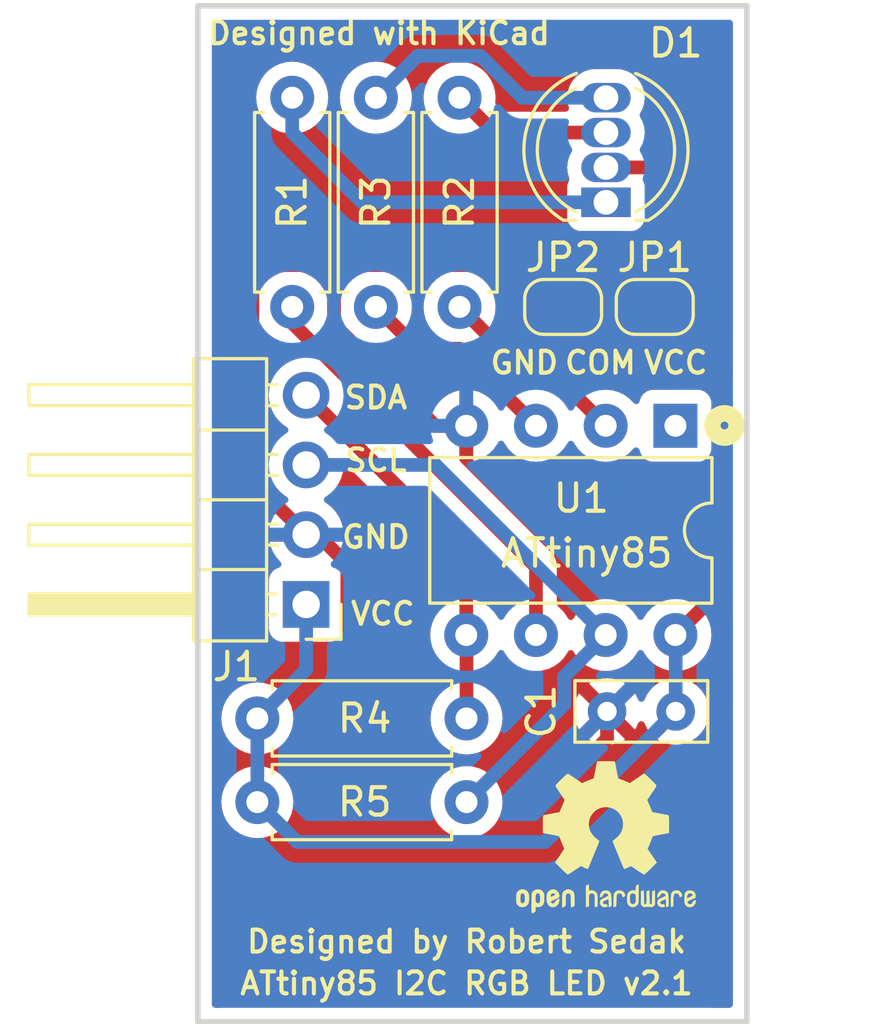
<source format=kicad_pcb>
(kicad_pcb (version 20211014) (generator pcbnew)
  (title_block (title "ATtiny85 I2C RGB LED") (date "2023-10-07") (rev "2.1") (company "Designed by Robert Sedak") (comment 4 "Open Source Hardware (OSHW)"))
  (layers (0 "F.Cu" signal) (31 "B.Cu" signal) (34 "B.Paste" user) (35 "F.Paste" user) (36 "B.SilkS" user "B.Silkscreen") (37 "F.SilkS" user "F.Silkscreen") (38 "B.Mask" user) (39 "F.Mask" user) (44 "Edge.Cuts" user))
  (net 0 "")
  (net 1 "Net-(D1-Pad1)")
  (net 2 "Net-(R3-Pad2)")
  (net 3 "Net-(R2-Pad2)")
  (net 4 "Net-(R1-Pad2)")
  (net 5 "Net-(D1-Pad3)")
  (net 6 "Net-(D1-Pad4)")
  (net 8 "SDA")
  (net 9 "SCL")
  (net 10 "GND")
  (net 11 "VCC")
  (net 12 "Net-(D1-Pad2)")
  (footprint "Resistor_THT:R_Axial_DIN0207_L6.3mm_D2.5mm_P7.62mm_Horizontal" (layer "F.Cu") (at 113.284 114.046 -90)
    (fp_text reference "R3" (at 3.81 0 -90) (layer "F.SilkS"))
    (fp_text value "560R")
    (fp_line (start 0.54 1.04) (end 0.54 1.37) (layer "F.SilkS") (width 0.12))
    (fp_line (start 7.08 1.37) (end 7.08 1.04) (layer "F.SilkS") (width 0.12))
    (fp_line (start 0.54 1.37) (end 7.08 1.37) (layer "F.SilkS") (width 0.12))
    (fp_line (start 7.08 -1.37) (end 7.08 -1.04) (layer "F.SilkS") (width 0.12))
    (fp_line (start 0.54 -1.37) (end 7.08 -1.37) (layer "F.SilkS") (width 0.12))
    (fp_line (start 0.54 -1.04) (end 0.54 -1.37) (layer "F.SilkS") (width 0.12))
    (pad "1" thru_hole circle (at 0 0 270) (size 1.6 1.6) (drill 0.8) (layers *.Cu *.Mask) (net 6 "Net-(D1-Pad4)"))
    (pad "2" thru_hole oval (at 7.62 0 270) (size 1.6 1.6) (drill 0.8) (layers *.Cu *.Mask) (net 2 "Net-(R3-Pad2)"))
  )
  (footprint "Resistor_THT:R_Axial_DIN0207_L6.3mm_D2.5mm_P7.62mm_Horizontal" (layer "F.Cu") (at 116.332 114.046 -90)
    (fp_text reference "R2" (at 3.81 0 -90) (layer "F.SilkS"))
    (fp_text value "620R")
    (fp_line (start 0.54 1.04) (end 0.54 1.37) (layer "F.SilkS") (width 0.12))
    (fp_line (start 0.54 1.37) (end 7.08 1.37) (layer "F.SilkS") (width 0.12))
    (fp_line (start 7.08 1.37) (end 7.08 1.04) (layer "F.SilkS") (width 0.12))
    (fp_line (start 0.54 -1.04) (end 0.54 -1.37) (layer "F.SilkS") (width 0.12))
    (fp_line (start 7.08 -1.37) (end 7.08 -1.04) (layer "F.SilkS") (width 0.12))
    (fp_line (start 0.54 -1.37) (end 7.08 -1.37) (layer "F.SilkS") (width 0.12))
    (pad "1" thru_hole circle (at 0 0 270) (size 1.6 1.6) (drill 0.8) (layers *.Cu *.Mask) (net 5 "Net-(D1-Pad3)"))
    (pad "2" thru_hole oval (at 7.62 0 270) (size 1.6 1.6) (drill 0.8) (layers *.Cu *.Mask) (net 3 "Net-(R2-Pad2)"))
  )
  (footprint "Resistor_THT:R_Axial_DIN0207_L6.3mm_D2.5mm_P7.62mm_Horizontal" (layer "F.Cu") (at 110.236 114.046 -90)
    (fp_text reference "R1" (at 3.81 0 -90) (layer "F.SilkS"))
    (fp_text value "560R")
    (fp_line (start 0.54 -1.04) (end 0.54 -1.37) (layer "F.SilkS") (width 0.12))
    (fp_line (start 7.08 -1.37) (end 7.08 -1.04) (layer "F.SilkS") (width 0.12))
    (fp_line (start 0.54 1.04) (end 0.54 1.37) (layer "F.SilkS") (width 0.12))
    (fp_line (start 7.08 1.37) (end 7.08 1.04) (layer "F.SilkS") (width 0.12))
    (fp_line (start 0.54 1.37) (end 7.08 1.37) (layer "F.SilkS") (width 0.12))
    (fp_line (start 0.54 -1.37) (end 7.08 -1.37) (layer "F.SilkS") (width 0.12))
    (pad "1" thru_hole circle (at 0 0 270) (size 1.6 1.6) (drill 0.8) (layers *.Cu *.Mask) (net 1 "Net-(D1-Pad1)"))
    (pad "2" thru_hole oval (at 7.62 0 270) (size 1.6 1.6) (drill 0.8) (layers *.Cu *.Mask) (net 4 "Net-(R1-Pad2)"))
  )
  (footprint "Package_DIP:DIP-8_W7.62mm" (layer "F.Cu") (at 124.196 125.994 -90)
    (fp_text reference "U1" (at 2.64 3.43) (layer "F.SilkS"))
    (fp_text value "ATtiny85" (at 4.64 3.23) (layer "F.SilkS"))
    (fp_line (start 1.16 -1.33) (end 1.16 8.95) (layer "F.SilkS") (width 0.12))
    (fp_line (start 6.46 8.95) (end 6.46 -1.33) (layer "F.SilkS") (width 0.12))
    (fp_line (start 2.81 -1.33) (end 1.16 -1.33) (layer "F.SilkS") (width 0.12))
    (fp_line (start 1.16 8.95) (end 6.46 8.95) (layer "F.SilkS") (width 0.12))
    (fp_line (start 6.46 -1.33) (end 4.81 -1.33) (layer "F.SilkS") (width 0.12))
    (fp_arc (start 4.81 -1.33) (mid 3.81 -0.33) (end 2.81 -1.33) (layer "F.SilkS") (width 0.12))
    (pad "1" thru_hole rect (at 0 0 270) (size 1.6 1.6) (drill 0.8) (layers *.Cu *.Mask))
    (pad "2" thru_hole oval (at 0 2.54 270) (size 1.6 1.6) (drill 0.8) (layers *.Cu *.Mask) (net 3 "Net-(R2-Pad2)"))
    (pad "3" thru_hole oval (at 0 5.08 270) (size 1.6 1.6) (drill 0.8) (layers *.Cu *.Mask) (net 2 "Net-(R3-Pad2)"))
    (pad "4" thru_hole oval (at 0 7.62 270) (size 1.6 1.6) (drill 0.8) (layers *.Cu *.Mask) (net 10 "GND"))
    (pad "5" thru_hole oval (at 7.62 7.62 270) (size 1.6 1.6) (drill 0.8) (layers *.Cu *.Mask) (net 8 "SDA"))
    (pad "6" thru_hole oval (at 7.62 5.08 270) (size 1.6 1.6) (drill 0.8) (layers *.Cu *.Mask) (net 4 "Net-(R1-Pad2)"))
    (pad "7" thru_hole oval (at 7.62 2.54 270) (size 1.6 1.6) (drill 0.8) (layers *.Cu *.Mask) (net 9 "SCL"))
    (pad "8" thru_hole oval (at 7.62 0 270) (size 1.6 1.6) (drill 0.8) (layers *.Cu *.Mask) (net 11 "VCC"))
  )
  (footprint "Capacitor_THT:C_Rect_L4.6mm_W2.0mm_P2.50mm_MKS02_FKP02" (layer "F.Cu") (at 124.206 136.398 180)
    (fp_text reference "C1" (at 4.9 0 90) (layer "F.SilkS"))
    (fp_text value "0.1uF")
    (fp_line (start 3.67 -1.12) (end 3.67 1.12) (layer "F.SilkS") (width 0.12))
    (fp_line (start -1.17 -1.12) (end 3.67 -1.12) (layer "F.SilkS") (width 0.12))
    (fp_line (start -1.17 1.12) (end 3.67 1.12) (layer "F.SilkS") (width 0.12))
    (fp_line (start -1.17 -1.12) (end -1.17 1.12) (layer "F.SilkS") (width 0.12))
    (pad "1" thru_hole circle (at 0 0 180) (size 1.4 1.4) (drill 0.7) (layers *.Cu *.Mask) (net 11 "VCC"))
    (pad "2" thru_hole circle (at 2.5 0 180) (size 1.4 1.4) (drill 0.7) (layers *.Cu *.Mask) (net 10 "GND"))
  )
  (footprint "LED_THT:LED_D5.0mm-4_RGB" (layer "F.Cu") (at 121.666 117.856 90)
    (fp_text reference "D1" (at 5.8 2.54) (layer "F.SilkS"))
    (fp_text value "LED_RCGB")
    (fp_line (start -0.655 1.08) (end -0.655 1.545) (layer "F.SilkS") (width 0.12))
    (fp_line (start -0.655 -1.545) (end -0.655 -1.08) (layer "F.SilkS") (width 0.12))
    (fp_arc (start -0.655 -1.54483) (mid 2.163456 -2.978809) (end 4.692815 -1.080827) (layer "F.SilkS") (width 0.12))
    (fp_arc (start 4.692815 1.080827) (mid 2.163456 2.978808) (end -0.655 1.54483) (layer "F.SilkS") (width 0.12))
    (fp_arc (start -0.349684 -1.08) (mid 1.904762 -2.5) (end 4.159479 -1.080429) (layer "F.SilkS") (width 0.12))
    (fp_arc (start 4.159479 1.080429) (mid 1.904762 2.5) (end -0.349684 1.08) (layer "F.SilkS") (width 0.12))
    (pad "1" thru_hole rect (at 0 0 90) (size 1.07 1.8) (drill 0.9) (layers *.Cu *.Mask) (net 1 "Net-(D1-Pad1)"))
    (pad "2" thru_hole oval (at 1.27 0 90) (size 1.07 1.8) (drill 0.9) (layers *.Cu *.Mask) (net 12 "Net-(D1-Pad2)"))
    (pad "3" thru_hole oval (at 2.54 0 90) (size 1.07 1.8) (drill 0.9) (layers *.Cu *.Mask) (net 5 "Net-(D1-Pad3)"))
    (pad "4" thru_hole oval (at 3.81 0 90) (size 1.07 1.8) (drill 0.9) (layers *.Cu *.Mask) (net 6 "Net-(D1-Pad4)"))
  )
  (footprint "Connector_PinHeader_2.54mm:PinHeader_1x04_P2.54mm_Horizontal" (layer "F.Cu") (at 110.744 132.5 180)
    (fp_text reference "J1" (at 2.54 -2.27 180) (layer "F.SilkS"))
    (fp_text value "Conn_01x04_Male")
    (fp_line (start 1.44 8.95) (end 4.1 8.95) (layer "F.SilkS") (width 0.12))
    (fp_line (start 1.042929 4.7) (end 1.44 4.7) (layer "F.SilkS") (width 0.12))
    (fp_line (start 4.1 0.16) (end 10.1 0.16) (layer "F.SilkS") (width 0.12))
    (fp_line (start 4.1 0.28) (end 10.1 0.28) (layer "F.SilkS") (width 0.12))
    (fp_line (start 1.042929 7.24) (end 1.44 7.24) (layer "F.SilkS") (width 0.12))
    (fp_line (start 1.042929 8) (end 1.44 8) (layer "F.SilkS") (width 0.12))
    (fp_line (start 10.1 4.7) (end 10.1 5.46) (layer "F.SilkS") (width 0.12))
    (fp_line (start 1.11 0.38) (end 1.44 0.38) (layer "F.SilkS") (width 0.12))
    (fp_line (start 4.1 7.24) (end 10.1 7.24) (layer "F.SilkS") (width 0.12))
    (fp_line (start 1.042929 2.92) (end 1.44 2.92) (layer "F.SilkS") (width 0.12))
    (fp_line (start 4.1 2.16) (end 10.1 2.16) (layer "F.SilkS") (width 0.12))
    (fp_line (start 1.11 -0.38) (end 1.44 -0.38) (layer "F.SilkS") (width 0.12))
    (fp_line (start 4.1 8.95) (end 4.1 -1.33) (layer "F.SilkS") (width 0.12))
    (fp_line (start -1.27 0) (end -1.27 -1.27) (layer "F.SilkS") (width 0.12))
    (fp_line (start 1.042929 5.46) (end 1.44 5.46) (layer "F.SilkS") (width 0.12))
    (fp_line (start 4.1 -0.2) (end 10.1 -0.2) (layer "F.SilkS") (width 0.12))
    (fp_line (start -1.27 -1.27) (end 0 -1.27) (layer "F.SilkS") (width 0.12))
    (fp_line (start 1.44 1.27) (end 4.1 1.27) (layer "F.SilkS") (width 0.12))
    (fp_line (start 4.1 0.04) (end 10.1 0.04) (layer "F.SilkS") (width 0.12))
    (fp_line (start 4.1 4.7) (end 10.1 4.7) (layer "F.SilkS") (width 0.12))
    (fp_line (start 10.1 -0.38) (end 10.1 0.38) (layer "F.SilkS") (width 0.12))
    (fp_line (start 10.1 2.92) (end 4.1 2.92) (layer "F.SilkS") (width 0.12))
    (fp_line (start 4.1 -0.38) (end 10.1 -0.38) (layer "F.SilkS") (width 0.12))
    (fp_line (start 10.1 2.16) (end 10.1 2.92) (layer "F.SilkS") (width 0.12))
    (fp_line (start 1.44 6.35) (end 4.1 6.35) (layer "F.SilkS") (width 0.12))
    (fp_line (start 1.042929 2.16) (end 1.44 2.16) (layer "F.SilkS") (width 0.12))
    (fp_line (start 4.1 -0.32) (end 10.1 -0.32) (layer "F.SilkS") (width 0.12))
    (fp_line (start 10.1 8) (end 4.1 8) (layer "F.SilkS") (width 0.12))
    (fp_line (start 10.1 5.46) (end 4.1 5.46) (layer "F.SilkS") (width 0.12))
    (fp_line (start 10.1 7.24) (end 10.1 8) (layer "F.SilkS") (width 0.12))
    (fp_line (start 1.44 -1.33) (end 1.44 8.95) (layer "F.SilkS") (width 0.12))
    (fp_line (start 1.44 3.81) (end 4.1 3.81) (layer "F.SilkS") (width 0.12))
    (fp_line (start 10.1 0.38) (end 4.1 0.38) (layer "F.SilkS") (width 0.12))
    (fp_line (start 4.1 -0.08) (end 10.1 -0.08) (layer "F.SilkS") (width 0.12))
    (fp_line (start 4.1 -1.33) (end 1.44 -1.33) (layer "F.SilkS") (width 0.12))
    (pad "1" thru_hole rect (at 0 0 180) (size 1.7 1.7) (drill 1) (layers *.Cu *.Mask) (net 11 "VCC"))
    (pad "2" thru_hole oval (at 0 2.54 180) (size 1.7 1.7) (drill 1) (layers *.Cu *.Mask) (net 10 "GND"))
    (pad "3" thru_hole oval (at 0 5.08 180) (size 1.7 1.7) (drill 1) (layers *.Cu *.Mask) (net 9 "SCL"))
    (pad "4" thru_hole oval (at 0 7.62 180) (size 1.7 1.7) (drill 1) (layers *.Cu *.Mask) (net 8 "SDA"))
  )
  (footprint "Resistor_THT:R_Axial_DIN0207_L6.3mm_D2.5mm_P7.62mm_Horizontal" (layer "F.Cu") (at 116.586 136.652 180)
    (fp_text reference "R4" (at 3.7084 0) (layer "F.SilkS"))
    (fp_text value "4.7K")
    (fp_line (start 0.54 1.04) (end 0.54 1.37) (layer "F.SilkS") (width 0.12))
    (fp_line (start 7.08 -1.37) (end 7.08 -1.04) (layer "F.SilkS") (width 0.12))
    (fp_line (start 0.54 -1.37) (end 7.08 -1.37) (layer "F.SilkS") (width 0.12))
    (fp_line (start 0.54 -1.04) (end 0.54 -1.37) (layer "F.SilkS") (width 0.12))
    (fp_line (start 7.08 1.37) (end 7.08 1.04) (layer "F.SilkS") (width 0.12))
    (fp_line (start 0.54 1.37) (end 7.08 1.37) (layer "F.SilkS") (width 0.12))
    (pad "1" thru_hole circle (at 0 0 180) (size 1.6 1.6) (drill 0.8) (layers *.Cu *.Mask) (net 8 "SDA"))
    (pad "2" thru_hole oval (at 7.62 0 180) (size 1.6 1.6) (drill 0.8) (layers *.Cu *.Mask) (net 11 "VCC"))
  )
  (footprint "Resistor_THT:R_Axial_DIN0207_L6.3mm_D2.5mm_P7.62mm_Horizontal" (layer "F.Cu") (at 116.586 139.7 180)
    (fp_text reference "R5" (at 3.7084 0) (layer "F.SilkS"))
    (fp_text value "4.7K")
    (fp_line (start 7.08 1.37) (end 7.08 1.04) (layer "F.SilkS") (width 0.12))
    (fp_line (start 0.54 -1.37) (end 7.08 -1.37) (layer "F.SilkS") (width 0.12))
    (fp_line (start 7.08 -1.37) (end 7.08 -1.04) (layer "F.SilkS") (width 0.12))
    (fp_line (start 0.54 1.04) (end 0.54 1.37) (layer "F.SilkS") (width 0.12))
    (fp_line (start 0.54 -1.04) (end 0.54 -1.37) (layer "F.SilkS") (width 0.12))
    (fp_line (start 0.54 1.37) (end 7.08 1.37) (layer "F.SilkS") (width 0.12))
    (pad "1" thru_hole circle (at 0 0 180) (size 1.6 1.6) (drill 0.8) (layers *.Cu *.Mask) (net 9 "SCL"))
    (pad "2" thru_hole oval (at 7.62 0 180) (size 1.6 1.6) (drill 0.8) (layers *.Cu *.Mask) (net 11 "VCC"))
  )
  (footprint "Jumper:SolderJumper-2_P1.3mm_Open_RoundedPad1.0x1.5mm" (layer "F.Cu") (at 123.444 121.666 180)
    (fp_text reference "JP1" (at 0 1.8 180) (layer "F.SilkS"))
    (fp_text value "SolderJumper_2_Open")
    (fp_line (start -0.7 -1) (end 0.7 -1) (layer "F.SilkS") (width 0.12))
    (fp_line (start -1.4 0.3) (end -1.4 -0.3) (layer "F.SilkS") (width 0.12))
    (fp_line (start 1.4 -0.3) (end 1.4 0.3) (layer "F.SilkS") (width 0.12))
    (fp_line (start 0.7 1) (end -0.7 1) (layer "F.SilkS") (width 0.12))
    (fp_arc (start -0.7 1) (mid -1.194975 0.794975) (end -1.4 0.3) (layer "F.SilkS") (width 0.12))
    (fp_arc (start -1.4 -0.3) (mid -1.194975 -0.794975) (end -0.7 -1) (layer "F.SilkS") (width 0.12))
    (fp_arc (start 0.7 -1) (mid 1.194975 -0.794975) (end 1.4 -0.3) (layer "F.SilkS") (width 0.12))
    (fp_arc (start 1.4 0.3) (mid 1.194975 0.794975) (end 0.7 1) (layer "F.SilkS") (width 0.12))
    (pad "1" smd custom locked (at -0.65 0 180) (size 1 0.5) (layers "F.Cu" "F.Mask") (net 11 "VCC") (options (clearance outline) (anchor rect)) (primitives (gr_circle (center 0 0.25) (end 0.5 0.25) (width 0) (fill yes)) (gr_circle (center 0 -0.25) (end 0.5 -0.25) (width 0) (fill yes)) (gr_poly (pts (xy 0 -0.75) (xy 0.5 -0.75) (xy 0.5 0.75) (xy 0 0.75)) (width 0) (fill yes))))
    (pad "2" smd custom locked (at 0.65 0 180) (size 1 0.5) (layers "F.Cu" "F.Mask") (net 12 "Net-(D1-Pad2)") (options (clearance outline) (anchor rect)) (primitives (gr_circle (center 0 0.25) (end 0.5 0.25) (width 0) (fill yes)) (gr_circle (center 0 -0.25) (end 0.5 -0.25) (width 0) (fill yes)) (gr_poly (pts (xy 0 -0.75) (xy -0.5 -0.75) (xy -0.5 0.75) (xy 0 0.75)) (width 0) (fill yes))))
  )
  (footprint "Jumper:SolderJumper-2_P1.3mm_Open_RoundedPad1.0x1.5mm" (layer "F.Cu") (at 120.1062 121.666 180)
    (fp_text reference "JP2" (at 0 1.8 180) (layer "F.SilkS"))
    (fp_text value "SolderJumper_2_Open")
    (fp_line (start 1.4 -0.3) (end 1.4 0.3) (layer "F.SilkS") (width 0.12))
    (fp_line (start -0.7 -1) (end 0.7 -1) (layer "F.SilkS") (width 0.12))
    (fp_line (start 0.7 1) (end -0.7 1) (layer "F.SilkS") (width 0.12))
    (fp_line (start -1.4 0.3) (end -1.4 -0.3) (layer "F.SilkS") (width 0.12))
    (fp_arc (start -0.7 1) (mid -1.194975 0.794975) (end -1.4 0.3) (layer "F.SilkS") (width 0.12))
    (fp_arc (start 1.4 0.3) (mid 1.194975 0.794975) (end 0.7 1) (layer "F.SilkS") (width 0.12))
    (fp_arc (start 0.7 -1) (mid 1.194975 -0.794975) (end 1.4 -0.3) (layer "F.SilkS") (width 0.12))
    (fp_arc (start -1.4 -0.3) (mid -1.194975 -0.794975) (end -0.7 -1) (layer "F.SilkS") (width 0.12))
    (pad "1" smd custom locked (at -0.65 0 180) (size 1 0.5) (layers "F.Cu" "F.Mask") (net 12 "Net-(D1-Pad2)") (options (clearance outline) (anchor rect)) (primitives (gr_circle (center 0 0.25) (end 0.5 0.25) (width 0) (fill yes)) (gr_circle (center 0 -0.25) (end 0.5 -0.25) (width 0) (fill yes)) (gr_poly (pts (xy 0 -0.75) (xy 0.5 -0.75) (xy 0.5 0.75) (xy 0 0.75)) (width 0) (fill yes))))
    (pad "2" smd custom locked (at 0.65 0 180) (size 1 0.5) (layers "F.Cu" "F.Mask") (net 10 "GND") (options (clearance outline) (anchor rect)) (primitives (gr_circle (center 0 0.25) (end 0.5 0.25) (width 0) (fill yes)) (gr_circle (center 0 -0.25) (end 0.5 -0.25) (width 0) (fill yes)) (gr_poly (pts (xy 0 -0.75) (xy -0.5 -0.75) (xy -0.5 0.75) (xy 0 0.75)) (width 0) (fill yes))))
  )
  (footprint "Symbol:OSHW-Logo2_7.3x6mm_SilkScreen" (layer "F.Cu") (at 121.666 140.97)
    (fp_text reference "REF**" hide)
    (fp_text value "OSHW-Logo2_7.3x6mm_SilkScreen" hide)
    (fp_poly (pts (xy 1.779833 1.958663) (xy 1.782048 1.99685) (xy 1.783784 2.054886) (xy 1.784899 2.12818) (xy 1.785257 2.205055) (xy 1.785257 2.465196) (xy 1.739326 2.511127) (xy 1.707675 2.539429) (xy 1.67989 2.550893) (xy 1.641915 2.550168) (xy 1.62684 2.548321) (xy 1.579726 2.542948) (xy 1.540756 2.539869) (xy 1.531257 2.539585) (xy 1.499233 2.541445) (xy 1.453432 2.546114) (xy 1.435674 2.548321) (xy 1.392057 2.551735) (xy 1.362745 2.54432) (xy 1.33368 2.521427) (xy 1.323188 2.511127) (xy 1.277257 2.465196) (xy 1.277257 1.978602) (xy 1.314226 1.961758) (xy 1.346059 1.949282) (xy 1.364683 1.944914) (xy 1.369458 1.958718) (xy 1.373921 1.997286) (xy 1.377775 2.056356) (xy 1.380722 2.131663) (xy 1.382143 2.195286) (xy 1.386114 2.445657) (xy 1.420759 2.450556) (xy 1.452268 2.447131) (xy 1.467708 2.436041) (xy 1.472023 2.415308) (xy 1.475708 2.371145) (xy 1.478469 2.309146) (xy 1.480012 2.234909) (xy 1.480235 2.196706) (xy 1.480457 1.976783) (xy 1.526166 1.960849) (xy 1.558518 1.950015) (xy 1.576115 1.944962) (xy 1.576623 1.944914) (xy 1.578388 1.958648) (xy 1.580329 1.99673) (xy 1.582282 2.054482) (xy 1.584084 2.127227) (xy 1.585343 2.195286) (xy 1.589314 2.445657) (xy 1.6764 2.445657) (xy 1.680396 2.21724) (xy 1.684392 1.988822) (xy 1.726847 1.966868) (xy 1.758192 1.951793) (xy 1.776744 1.944951) (xy 1.777279 1.944914) (xy 1.779833 1.958663)) (layer "F.SilkS") (width 0.01) (fill solid))
    (fp_poly (pts (xy -2.400256 1.919918) (xy -2.344799 1.947568) (xy -2.295852 1.99848) (xy -2.282371 2.017338) (xy -2.267686 2.042015) (xy -2.258158 2.068816) (xy -2.252707 2.104587) (xy -2.250253 2.156169) (xy -2.249714 2.224267) (xy -2.252148 2.317588) (xy -2.260606 2.387657) (xy -2.276826 2.439931) (xy -2.302546 2.479869) (xy -2.339503 2.512929) (xy -2.342218 2.514886) (xy -2.37864 2.534908) (xy -2.422498 2.544815) (xy -2.478276 2.547257) (xy -2.568952 2.547257) (xy -2.56899 2.635283) (xy -2.569834 2.684308) (xy -2.574976 2.713065) (xy -2.588413 2.730311) (xy -2.614142 2.744808) (xy -2.620321 2.747769) (xy -2.649236 2.761648) (xy -2.671624 2.770414) (xy -2.688271 2.771171) (xy -2.699964 2.761023) (xy -2.70749 2.737073) (xy -2.711634 2.696426) (xy -2.713185 2.636186) (xy -2.712929 2.553455) (xy -2.711651 2.445339) (xy -2.711252 2.413) (xy -2.709815 2.301524) (xy -2.708528 2.228603) (xy -2.569029 2.228603) (xy -2.568245 2.290499) (xy -2.56476 2.330997) (xy -2.556876 2.357708) (xy -2.542895 2.378244) (xy -2.533403 2.38826) (xy -2.494596 2.417567) (xy -2.460237 2.419952) (xy -2.424784 2.39575) (xy -2.423886 2.394857) (xy -2.409461 2.376153) (xy -2.400687 2.350732) (xy -2.396261 2.311584) (xy -2.394882 2.251697) (xy -2.394857 2.23843) (xy -2.398188 2.155901) (xy -2.409031 2.098691) (xy -2.42866 2.063766) (xy -2.45835 2.048094) (xy -2.475509 2.046514) (xy -2.516234 2.053926) (xy -2.544168 2.07833) (xy -2.560983 2.12298) (xy -2.56835 2.19113) (xy -2.569029 2.228603) (xy -2.708528 2.228603) (xy -2.708292 2.215245) (xy -2.706323 2.150333) (xy -2.70355 2.102958) (xy -2.699612 2.06929) (xy -2.694151 2.045498) (xy -2.686808 2.027753) (xy -2.677223 2.012224) (xy -2.673113 2.006381) (xy -2.618595 1.951185) (xy -2.549664 1.91989) (xy -2.469928 1.911165) (xy -2.400256 1.919918)) (layer "F.SilkS") (width 0.01) (fill solid))
    (fp_poly (pts (xy -1.283907 1.92778) (xy -1.237328 1.954723) (xy -1.204943 1.981466) (xy -1.181258 2.009484) (xy -1.164941 2.043748) (xy -1.154661 2.089227) (xy -1.149086 2.150892) (xy -1.146884 2.233711) (xy -1.146629 2.293246) (xy -1.146629 2.512391) (xy -1.208314 2.540044) (xy -1.27 2.567697) (xy -1.277257 2.32767) (xy -1.280256 2.238028) (xy -1.283402 2.172962) (xy -1.287299 2.128026) (xy -1.292553 2.09877) (xy -1.299769 2.080748) (xy -1.30955 2.069511) (xy -1.312688 2.067079) (xy -1.360239 2.048083) (xy -1.408303 2.0556) (xy -1.436914 2.075543) (xy -1.448553 2.089675) (xy -1.456609 2.10822) (xy -1.461729 2.136334) (xy -1.464559 2.179173) (xy -1.465744 2.241895) (xy -1.465943 2.307261) (xy -1.465982 2.389268) (xy -1.467386 2.447316) (xy -1.472086 2.486465) (xy -1.482013 2.51178) (xy -1.499097 2.528323) (xy -1.525268 2.541156) (xy -1.560225 2.554491) (xy -1.598404 2.569007) (xy -1.593859 2.311389) (xy -1.592029 2.218519) (xy -1.589888 2.149889) (xy -1.586819 2.100711) (xy -1.582206 2.066198) (xy -1.575432 2.041562) (xy -1.565881 2.022016) (xy -1.554366 2.00477) (xy -1.49881 1.94968) (xy -1.43102 1.917822) (xy -1.357287 1.910191) (xy -1.283907 1.92778)) (layer "F.SilkS") (width 0.01) (fill solid))
    (fp_poly (pts (xy 0.529926 1.949755) (xy 0.595858 1.974084) (xy 0.649273 2.017117) (xy 0.670164 2.047409) (xy 0.692939 2.102994) (xy 0.692466 2.143186) (xy 0.668562 2.170217) (xy 0.659717 2.174813) (xy 0.62153 2.189144) (xy 0.602028 2.185472) (xy 0.595422 2.161407) (xy 0.595086 2.148114) (xy 0.582992 2.09921) (xy 0.551471 2.064999) (xy 0.507659 2.048476) (xy 0.458695 2.052634) (xy 0.418894 2.074227) (xy 0.40545 2.086544) (xy 0.395921 2.101487) (xy 0.389485 2.124075) (xy 0.385317 2.159328) (xy 0.382597 2.212266) (xy 0.380502 2.287907) (xy 0.37996 2.311857) (xy 0.377981 2.39379) (xy 0.375731 2.451455) (xy 0.372357 2.489608) (xy 0.367006 2.513004) (xy 0.358824 2.526398) (xy 0.346959 2.534545) (xy 0.339362 2.538144) (xy 0.307102 2.550452) (xy 0.288111 2.554514) (xy 0.281836 2.540948) (xy 0.278006 2.499934) (xy 0.2766 2.430999) (xy 0.277598 2.333669) (xy 0.277908 2.318657) (xy 0.280101 2.229859) (xy 0.282693 2.165019) (xy 0.286382 2.119067) (xy 0.291864 2.086935) (xy 0.299835 2.063553) (xy 0.310993 2.043852) (xy 0.31683 2.03541) (xy 0.350296 1.998057) (xy 0.387727 1.969003) (xy 0.392309 1.966467) (xy 0.459426 1.946443) (xy 0.529926 1.949755)) (layer "F.SilkS") (width 0.01) (fill solid))
    (fp_poly (pts (xy 3.153595 1.966966) (xy 3.211021 2.004497) (xy 3.238719 2.038096) (xy 3.260662 2.099064) (xy 3.262405 2.147308) (xy 3.258457 2.211816) (xy 3.109686 2.276934) (xy 3.037349 2.310202) (xy 2.990084 2.336964) (xy 2.965507 2.360144) (xy 2.961237 2.382667) (xy 2.974889 2.407455) (xy 2.989943 2.423886) (xy 3.033746 2.450235) (xy 3.081389 2.452081) (xy 3.125145 2.431546) (xy 3.157289 2.390752) (xy 3.163038 2.376347) (xy 3.190576 2.331356) (xy 3.222258 2.312182) (xy 3.265714 2.295779) (xy 3.265714 2.357966) (xy 3.261872 2.400283) (xy 3.246823 2.435969) (xy 3.21528 2.476943) (xy 3.210592 2.482267) (xy 3.175506 2.51872) (xy 3.145347 2.538283) (xy 3.107615 2.547283) (xy 3.076335 2.55023) (xy 3.020385 2.550965) (xy 2.980555 2.54166) (xy 2.955708 2.527846) (xy 2.916656 2.497467) (xy 2.889625 2.464613) (xy 2.872517 2.423294) (xy 2.863238 2.367521) (xy 2.859693 2.291305) (xy 2.85941 2.252622) (xy 2.860372 2.206247) (xy 2.948007 2.206247) (xy 2.949023 2.231126) (xy 2.951556 2.2352) (xy 2.968274 2.229665) (xy 3.004249 2.215017) (xy 3.052331 2.19419) (xy 3.062386 2.189714) (xy 3.123152 2.158814) (xy 3.156632 2.131657) (xy 3.16399 2.10622) (xy 3.146391 2.080481) (xy 3.131856 2.069109) (xy 3.07941 2.046364) (xy 3.030322 2.050122) (xy 2.989227 2.077884) (xy 2.960758 2.127152) (xy 2.951631 2.166257) (xy 2.948007 2.206247) (xy 2.860372 2.206247) (xy 2.861285 2.162249) (xy 2.868196 2.095384) (xy 2.881884 2.046695) (xy 2.904096 2.010849) (xy 2.936574 1.982513) (xy 2.950733 1.973355) (xy 3.015053 1.949507) (xy 3.085473 1.948006) (xy 3.153595 1.966966)) (layer "F.SilkS") (width 0.01) (fill solid))
    (fp_poly (pts (xy 0.10391 -2.757652) (xy 0.182454 -2.757222) (xy 0.239298 -2.756058) (xy 0.278105 -2.753793) (xy 0.302538 -2.75006) (xy 0.316262 -2.744494) (xy 0.32294 -2.736727) (xy 0.326236 -2.726395) (xy 0.326556 -2.725057) (xy 0.331562 -2.700921) (xy 0.340829 -2.653299) (xy 0.353392 -2.587259) (xy 0.368287 -2.507872) (xy 0.384551 -2.420204) (xy 0.385119 -2.417125) (xy 0.40141 -2.331211) (xy 0.416652 -2.255304) (xy 0.429861 -2.193955) (xy 0.440054 -2.151718) (xy 0.446248 -2.133145) (xy 0.446543 -2.132816) (xy 0.464788 -2.123747) (xy 0.502405 -2.108633) (xy 0.551271 -2.090738) (xy 0.551543 -2.090642) (xy 0.613093 -2.067507) (xy 0.685657 -2.038035) (xy 0.754057 -2.008403) (xy 0.757294 -2.006938) (xy 0.868702 -1.956374) (xy 1.115399 -2.12484) (xy 1.191077 -2.176197) (xy 1.259631 -2.222111) (xy 1.317088 -2.25997) (xy 1.359476 -2.287163) (xy 1.382825 -2.301079) (xy 1.385042 -2.302111) (xy 1.40201 -2.297516) (xy 1.433701 -2.275345) (xy 1.481352 -2.234553) (xy 1.546198 -2.174095) (xy 1.612397 -2.109773) (xy 1.676214 -2.046388) (xy 1.733329 -1.988549) (xy 1.780305 -1.939825) (xy 1.813703 -1.90379) (xy 1.830085 -1.884016) (xy 1.830694 -1.882998) (xy 1.832505 -1.869428) (xy 1.825683 -1.847267) (xy 1.80854 -1.813522) (xy 1.779393 -1.7652) (xy 1.736555 -1.699308) (xy 1.679448 -1.614483) (xy 1.628766 -1.539823) (xy 1.583461 -1.47286) (xy 1.54615 -1.417484) (xy 1.519452 -1.37758) (xy 1.505985 -1.357038) (xy 1.505137 -1.355644) (xy 1.506781 -1.335962) (xy 1.519245 -1.297707) (xy 1.540048 -1.248111) (xy 1.547462 -1.232272) (xy 1.579814 -1.16171) (xy 1.614328 -1.081647) (xy 1.642365 -1.012371) (xy 1.662568 -0.960955) (xy 1.678615 -0.921881) (xy 1.687888 -0.901459) (xy 1.689041 -0.899886) (xy 1.706096 -0.897279) (xy 1.746298 -0.890137) (xy 1.804302 -0.879477) (xy 1.874763 -0.866315) (xy 1.952335 -0.851667) (xy 2.031672 -0.836551) (xy 2.107431 -0.821982) (xy 2.174264 -0.808978) (xy 2.226828 -0.798555) (xy 2.259776 -0.79173) (xy 2.267857 -0.789801) (xy 2.276205 -0.785038) (xy 2.282506 -0.774282) (xy 2.287045 -0.753902) (xy 2.290104 -0.720266) (xy 2.291967 -0.669745) (xy 2.292918 -0.598708) (xy 2.29324 -0.503524) (xy 2.293257 -0.464508) (xy 2.293257 -0.147201) (xy 2.217057 -0.132161) (xy 2.174663 -0.124005) (xy 2.1114 -0.112101) (xy 2.034962 -0.097884) (xy 1.953043 -0.08279) (xy 1.9304 -0.078645) (xy 1.854806 -0.063947) (xy 1.788953 -0.049495) (xy 1.738366 -0.036625) (xy 1.708574 -0.026678) (xy 1.703612 -0.023713) (xy 1.691426 -0.002717) (xy 1.673953 0.037967) (xy 1.654577 0.090322) (xy 1.650734 0.1016) (xy 1.625339 0.171523) (xy 1.593817 0.250418) (xy 1.562969 0.321266) (xy 1.562817 0.321595) (xy 1.511447 0.432733) (xy 1.680399 0.681253) (xy 1.849352 0.929772) (xy 1.632429 1.147058) (xy 1.566819 1.211726) (xy 1.506979 1.268733) (xy 1.456267 1.315033) (xy 1.418046 1.347584) (xy 1.395675 1.363343) (xy 1.392466 1.364343) (xy 1.373626 1.356469) (xy 1.33518 1.334578) (xy 1.28133 1.301267) (xy 1.216276 1.259131) (xy 1.14594 1.211943) (xy 1.074555 1.16381) (xy 1.010908 1.121928) (xy 0.959041 1.088871) (xy 0.922995 1.067218) (xy 0.906867 1.059543) (xy 0.887189 1.066037) (xy 0.849875 1.08315) (xy 0.802621 1.107326) (xy 0.797612 1.110013) (xy 0.733977 1.141927) (xy 0.690341 1.157579) (xy 0.663202 1.157745) (xy 0.649057 1.143204) (xy 0.648975 1.143) (xy 0.641905 1.125779) (xy 0.625042 1.084899) (xy 0.599695 1.023525) (xy 0.567171 0.944819) (xy 0.528778 0.851947) (xy 0.485822 0.748072) (xy 0.444222 0.647502) (xy 0.398504 0.536516) (xy 0.356526 0.433703) (xy 0.319548 0.342215) (xy 0.288827 0.265201) (xy 0.265622 0.205815) (xy 0.25119 0.167209) (xy 0.246743 0.1528) (xy 0.257896 0.136272) (xy 0.287069 0.10993) (xy 0.325971 0.080887) (xy 0.436757 -0.010961) (xy 0.523351 -0.116241) (xy 0.584716 -0.232734) (xy 0.619815 -0.358224) (xy 0.627608 -0.490493) (xy 0.621943 -0.551543) (xy 0.591078 -0.678205) (xy 0.53792 -0.790059) (xy 0.465767 -0.885999) (xy 0.377917 -0.964924) (xy 0.277665 -1.02573) (xy 0.16831 -1.067313) (xy 0.053147 -1.088572) (xy -0.064525 -1.088401) (xy -0.18141 -1.065699) (xy -0.294211 -1.019362) (xy -0.399631 -0.948287) (xy -0.443632 -0.908089) (xy -0.528021 -0.804871) (xy -0.586778 -0.692075) (xy -0.620296 -0.57299) (xy -0.628965 -0.450905) (xy -0.613177 -0.329107) (xy -0.573322 -0.210884) (xy -0.509793 -0.099525) (xy -0.422979 0.001684) (xy -0.325971 0.080887) (xy -0.285563 0.111162) (xy -0.257018 0.137219) (xy -0.246743 0.152825) (xy -0.252123 0.169843) (xy -0.267425 0.2105) (xy -0.291388 0.271642) (xy -0.322756 0.350119) (xy -0.360268 0.44278) (xy -0.402667 0.546472) (xy -0.444337 0.647526) (xy -0.49031 0.758607) (xy -0.532893 0.861541) (xy -0.570779 0.953165) (xy -0.60266 1.030316) (xy -0.627229 1.089831) (xy -0.64318 1.128544) (xy -0.64909 1.143) (xy -0.663052 1.157685) (xy -0.69006 1.157642) (xy -0.733587 1.142099) (xy -0.79711 1.110284) (xy -0.797612 1.110013) (xy -0.84544 1.085323) (xy -0.884103 1.067338) (xy -0.905905 1.059614) (xy -0.906867 1.059543) (xy -0.923279 1.067378) (xy -0.959513 1.089165) (xy -1.011526 1.122328) (xy -1.075275 1.164291) (xy -1.14594 1.211943) (xy -1.217884 1.260191) (xy -1.282726 1.302151) (xy -1.336265 1.335227) (xy -1.374303 1.356821) (xy -1.392467 1.364343) (xy -1.409192 1.354457) (xy -1.44282 1.326826) (xy -1.48999 1.284495) (xy -1.547342 1.230505) (xy -1.611516 1.167899) (xy -1.632503 1.146983) (xy -1.849501 0.929623) (xy -1.684332 0.68722) (xy -1.634136 0.612781) (xy -1.590081 0.545972) (xy -1.554638 0.490665) (xy -1.530281 0.450729) (xy -1.519478 0.430036) (xy -1.519162 0.428563) (xy -1.524857 0.409058) (xy -1.540174 0.369822) (xy -1.562463 0.31743) (xy -1.578107 0.282355) (xy -1.607359 0.215201) (xy -1.634906 0.147358) (xy -1.656263 0.090034) (xy -1.662065 0.072572) (xy -1.678548 0.025938) (xy -1.69466 -0.010095) (xy -1.70351 -0.023713) (xy -1.72304 -0.032048) (xy -1.765666 -0.043863) (xy -1.825855 -0.057819) (xy -1.898078 -0.072578) (xy -1.9304 -0.078645) (xy -2.012478 -0.093727) (xy -2.091205 -0.108331) (xy -2.158891 -0.12102) (xy -2.20784 -0.130358) (xy -2.217057 -0.132161) (xy -2.293257 -0.147201) (xy -2.293257 -0.464508) (xy -2.293086 -0.568846) (xy -2.292384 -0.647787) (xy -2.290866 -0.704962) (xy -2.288251 -0.744001) (xy -2.284254 -0.768535) (xy -2.278591 -0.782195) (xy -2.27098 -0.788611) (xy -2.267857 -0.789801) (xy -2.249022 -0.79402) (xy -2.207412 -0.802438) (xy -2.14837 -0.814039) (xy -2.077243 -0.827805) (xy -1.999375 -0.84272) (xy -1.920113 -0.857768) (xy -1.844802 -0.871931) (xy -1.778787 -0.884194) (xy -1.727413 -0.893539) (xy -1.696025 -0.89895) (xy -1.689041 -0.899886) (xy -1.682715 -0.912404) (xy -1.66871 -0.945754) (xy -1.649645 -0.993623) (xy -1.642366 -1.012371) (xy -1.613004 -1.084805) (xy -1.578429 -1.16483) (xy -1.547463 -1.232272) (xy -1.524677 -1.283841) (xy -1.509518 -1.326215) (xy -1.504458 -1.352166) (xy -1.505264 -1.355644) (xy -1.515959 -1.372064) (xy -1.54038 -1.408583) (xy -1.575905 -1.461313) (xy -1.619913 -1.526365) (xy -1.669783 -1.599849) (xy -1.679644 -1.614355) (xy -1.737508 -1.700296) (xy -1.780044 -1.765739) (xy -1.808946 -1.813696) (xy -1.82591 -1.84718) (xy -1.832633 -1.869205) (xy -1.83081 -1.882783) (xy -1.830764 -1.882869) (xy -1.816414 -1.900703) (xy -1.784677 -1.935183) (xy -1.73899 -1.982732) (xy -1.682796 -2.039778) (xy -1.619532 -2.102745) (xy -1.612398 -2.109773) (xy -1.53267 -2.18698) (xy -1.471143 -2.24367) (xy -1.426579 -2.28089) (xy -1.397743 -2.299685) (xy -1.385042 -2.302111) (xy -1.366506 -2.291529) (xy -1.328039 -2.267084) (xy -1.273614 -2.231388) (xy -1.207202 -2.187053) (xy -1.132775 -2.136689) (xy -1.115399 -2.12484) (xy -0.868703 -1.956374) (xy -0.757294 -2.006938) (xy -0.689543 -2.036405) (xy -0.616817 -2.066041) (xy -0.554297 -2.08967) (xy -0.551543 -2.090642) (xy -0.50264 -2.108543) (xy -0.464943 -2.12368) (xy -0.446575 -2.13279) (xy -0.446544 -2.132816) (xy -0.440715 -2.149283) (xy -0.430808 -2.189781) (xy -0.417805 -2.249758) (xy -0.402691 -2.32466) (xy -0.386448 -2.409936) (xy -0.385119 -2.417125) (xy -0.368825 -2.504986) (xy -0.353867 -2.58474) (xy -0.341209 -2.651319) (xy -0.331814 -2.699653) (xy -0.326646 -2.724675) (xy -0.326556 -2.725057) (xy -0.323411 -2.735701) (xy -0.317296 -2.743738) (xy -0.304547 -2.749533) (xy -0.2815 -2.753453) (xy -0.244491 -2.755865) (xy -0.189856 -2.757135) (xy -0.113933 -2.757629) (xy -0.013056 -2.757714) (xy 0 -2.757714) (xy 0.10391 -2.757652)) (layer "F.SilkS") (width 0.01) (fill solid))
    (fp_poly (pts (xy 1.190117 2.065358) (xy 1.189933 2.173837) (xy 1.189219 2.257287) (xy 1.187675 2.319704) (xy 1.185001 2.365085) (xy 1.180894 2.397429) (xy 1.175055 2.420733) (xy 1.167182 2.438995) (xy 1.161221 2.449418) (xy 1.111855 2.505945) (xy 1.049264 2.541377) (xy 0.980013 2.55409) (xy 0.910668 2.542463) (xy 0.869375 2.521568) (xy 0.826025 2.485422) (xy 0.796481 2.441276) (xy 0.778655 2.383462) (xy 0.770463 2.306313) (xy 0.769302 2.249714) (xy 0.769458 2.245647) (xy 0.870857 2.245647) (xy 0.871476 2.31055) (xy 0.874314 2.353514) (xy 0.88084 2.381622) (xy 0.892523 2.401953) (xy 0.906483 2.417288) (xy 0.953365 2.44689) (xy 1.003701 2.449419) (xy 1.051276 2.424705) (xy 1.054979 2.421356) (xy 1.070783 2.403935) (xy 1.080693 2.383209) (xy 1.086058 2.352362) (xy 1.088228 2.304577) (xy 1.088571 2.251748) (xy 1.087827 2.185381) (xy 1.084748 2.141106) (xy 1.078061 2.112009) (xy 1.066496 2.091173) (xy 1.057013 2.080107) (xy 1.01296 2.052198) (xy 0.962224 2.048843) (xy 0.913796 2.070159) (xy 0.90445 2.078073) (xy 0.88854 2.095647) (xy 0.87861 2.116587) (xy 0.873278 2.147782) (xy 0.871163 2.196122) (xy 0.870857 2.245647) (xy 0.769458 2.245647) (xy 0.77281 2.158568) (xy 0.784726 2.090086) (xy 0.807135 2.0386) (xy 0.842124 1.998443) (xy 0.869375 1.977861) (xy 0.918907 1.955625) (xy 0.976316 1.945304) (xy 1.029682 1.948067) (xy 1.059543 1.959212) (xy 1.071261 1.962383) (xy 1.079037 1.950557) (xy 1.084465 1.918866) (xy 1.088571 1.870593) (xy 1.093067 1.816829) (xy 1.099313 1.784482) (xy 1.110676 1.765985) (xy 1.130528 1.75377) (xy 1.143 1.748362) (xy 1.190171 1.728601) (xy 1.190117 2.065358)) (layer "F.SilkS") (width 0.01) (fill solid))
    (fp_poly (pts (xy 0.039744 1.950968) (xy 0.096616 1.972087) (xy 0.097267 1.972493) (xy 0.13244 1.99838) (xy 0.158407 2.028633) (xy 0.17667 2.068058) (xy 0.188732 2.121462) (xy 0.196096 2.193651) (xy 0.200264 2.289432) (xy 0.200629 2.303078) (xy 0.205876 2.508842) (xy 0.161716 2.531678) (xy 0.129763 2.54711) (xy 0.11047 2.554423) (xy 0.109578 2.554514) (xy 0.106239 2.541022) (xy 0.103587 2.504626) (xy 0.101956 2.451452) (xy 0.1016 2.408393) (xy 0.101592 2.338641) (xy 0.098403 2.294837) (xy 0.087288 2.273944) (xy 0.063501 2.272925) (xy 0.022296 2.288741) (xy -0.039914 2.317815) (xy -0.085659 2.341963) (xy -0.109187 2.362913) (xy -0.116104 2.385747) (xy -0.116114 2.386877) (xy -0.104701 2.426212) (xy -0.070908 2.447462) (xy -0.019191 2.450539) (xy 0.018061 2.450006) (xy 0.037703 2.460735) (xy 0.049952 2.486505) (xy 0.057002 2.519337) (xy 0.046842 2.537966) (xy 0.043017 2.540632) (xy 0.007001 2.55134) (xy -0.043434 2.552856) (xy -0.095374 2.545759) (xy -0.132178 2.532788) (xy -0.183062 2.489585) (xy -0.211986 2.429446) (xy -0.217714 2.382462) (xy -0.213343 2.340082) (xy -0.197525 2.305488) (xy -0.166203 2.274763) (xy -0.115322 2.24399) (xy -0.040824 2.209252) (xy -0.036286 2.207288) (xy 0.030821 2.176287) (xy 0.072232 2.150862) (xy 0.089981 2.128014) (xy 0.086107 2.104745) (xy 0.062643 2.078056) (xy 0.055627 2.071914) (xy 0.00863 2.0481) (xy -0.040067 2.049103) (xy -0.082478 2.072451) (xy -0.110616 2.115675) (xy -0.113231 2.12416) (xy -0.138692 2.165308) (xy -0.170999 2.185128) (xy -0.217714 2.20477) (xy -0.217714 2.15395) (xy -0.203504 2.080082) (xy -0.161325 2.012327) (xy -0.139376 1.989661) (xy -0.089483 1.960569) (xy -0.026033 1.9474) (xy 0.039744 1.950968)) (layer "F.SilkS") (width 0.01) (fill solid))
    (fp_poly (pts (xy 2.6526 1.958752) (xy 2.669948 1.966334) (xy 2.711356 1.999128) (xy 2.746765 2.046547) (xy 2.768664 2.097151) (xy 2.772229 2.122098) (xy 2.760279 2.156927) (xy 2.734067 2.175357) (xy 2.705964 2.186516) (xy 2.693095 2.188572) (xy 2.686829 2.173649) (xy 2.674456 2.141175) (xy 2.669028 2.126502) (xy 2.63859 2.075744) (xy 2.59452 2.050427) (xy 2.53801 2.051206) (xy 2.533825 2.052203) (xy 2.503655 2.066507) (xy 2.481476 2.094393) (xy 2.466327 2.139287) (xy 2.45725 2.204615) (xy 2.453286 2.293804) (xy 2.452914 2.341261) (xy 2.45273 2.416071) (xy 2.451522 2.467069) (xy 2.448309 2.499471) (xy 2.442109 2.518495) (xy 2.43194 2.529356) (xy 2.416819 2.537272) (xy 2.415946 2.53767) (xy 2.386828 2.549981) (xy 2.372403 2.554514) (xy 2.370186 2.540809) (xy 2.368289 2.502925) (xy 2.366847 2.445715) (xy 2.365998 2.374027) (xy 2.365829 2.321565) (xy 2.366692 2.220047) (xy 2.37007 2.143032) (xy 2.377142 2.086023) (xy 2.389088 2.044526) (xy 2.40709 2.014043) (xy 2.432327 1.99008) (xy 2.457247 1.973355) (xy 2.517171 1.951097) (xy 2.586911 1.946076) (xy 2.6526 1.958752)) (layer "F.SilkS") (width 0.01) (fill solid))
    (fp_poly (pts (xy -2.958885 1.921962) (xy -2.890855 1.957733) (xy -2.840649 2.015301) (xy -2.822815 2.052312) (xy -2.808937 2.107882) (xy -2.801833 2.178096) (xy -2.80116 2.254727) (xy -2.806573 2.329552) (xy -2.81773 2.394342) (xy -2.834286 2.440873) (xy -2.839374 2.448887) (xy -2.899645 2.508707) (xy -2.971231 2.544535) (xy -3.048908 2.55502) (xy -3.127452 2.53881) (xy -3.149311 2.529092) (xy -3.191878 2.499143) (xy -3.229237 2.459433) (xy -3.232768 2.454397) (xy -3.247119 2.430124) (xy -3.256606 2.404178) (xy -3.26221 2.370022) (xy -3.264914 2.321119) (xy -3.265701 2.250935) (xy -3.265714 2.2352) (xy -3.265678 2.230192) (xy -3.120571 2.230192) (xy -3.119727 2.29643) (xy -3.116404 2.340386) (xy -3.109417 2.368779) (xy -3.097584 2.388325) (xy -3.091543 2.394857) (xy -3.056814 2.41968) (xy -3.023097 2.418548) (xy -2.989005 2.397016) (xy -2.968671 2.374029) (xy -2.956629 2.340478) (xy -2.949866 2.287569) (xy -2.949402 2.281399) (xy -2.948248 2.185513) (xy -2.960312 2.114299) (xy -2.98543 2.068194) (xy -3.02344 2.047635) (xy -3.037008 2.046514) (xy -3.072636 2.052152) (xy -3.097006 2.071686) (xy -3.111907 2.109042) (xy -3.119125 2.16815) (xy -3.120571 2.230192) (xy -3.265678 2.230192) (xy -3.265174 2.160413) (xy -3.262904 2.108159) (xy -3.257932 2.071949) (xy -3.249287 2.045299) (xy -3.235995 2.021722) (xy -3.233057 2.017338) (xy -3.183687 1.958249) (xy -3.129891 1.923947) (xy -3.064398 1.910331) (xy -3.042158 1.909665) (xy -2.958885 1.921962)) (layer "F.SilkS") (width 0.01) (fill solid))
    (fp_poly (pts (xy -0.624114 1.851289) (xy -0.619861 1.910613) (xy -0.614975 1.945572) (xy -0.608205 1.96082) (xy -0.598298 1.961015) (xy -0.595086 1.959195) (xy -0.552356 1.946015) (xy -0.496773 1.946785) (xy -0.440263 1.960333) (xy -0.404918 1.977861) (xy -0.368679 2.005861) (xy -0.342187 2.037549) (xy -0.324001 2.077813) (xy -0.312678 2.131543) (xy -0.306778 2.203626) (xy -0.304857 2.298951) (xy -0.304823 2.317237) (xy -0.3048 2.522646) (xy -0.350509 2.53858) (xy -0.382973 2.54942) (xy -0.400785 2.554468) (xy -0.401309 2.554514) (xy -0.403063 2.540828) (xy -0.404556 2.503076) (xy -0.405674 2.446224) (xy -0.406303 2.375234) (xy -0.4064 2.332073) (xy -0.406602 2.246973) (xy -0.407642 2.185981) (xy -0.410169 2.144177) (xy -0.414836 2.116642) (xy -0.422293 2.098456) (xy -0.433189 2.084698) (xy -0.439993 2.078073) (xy -0.486728 2.051375) (xy -0.537728 2.049375) (xy -0.583999 2.071955) (xy -0.592556 2.080107) (xy -0.605107 2.095436) (xy -0.613812 2.113618) (xy -0.619369 2.139909) (xy -0.622474 2.179562) (xy -0.623824 2.237832) (xy -0.624114 2.318173) (xy -0.624114 2.522646) (xy -0.669823 2.53858) (xy -0.702287 2.54942) (xy -0.720099 2.554468) (xy -0.720623 2.554514) (xy -0.721963 2.540623) (xy -0.723172 2.501439) (xy -0.724199 2.4407) (xy -0.724998 2.362141) (xy -0.725519 2.269498) (xy -0.725714 2.166509) (xy -0.725714 1.769342) (xy -0.678543 1.749444) (xy -0.631371 1.729547) (xy -0.624114 1.851289)) (layer "F.SilkS") (width 0.01) (fill solid))
    (fp_poly (pts (xy 2.144876 1.956335) (xy 2.186667 1.975344) (xy 2.219469 1.998378) (xy 2.243503 2.024133) (xy 2.260097 2.057358) (xy 2.270577 2.1028) (xy 2.276271 2.165207) (xy 2.278507 2.249327) (xy 2.278743 2.304721) (xy 2.278743 2.520826) (xy 2.241774 2.53767) (xy 2.212656 2.549981) (xy 2.198231 2.554514) (xy 2.195472 2.541025) (xy 2.193282 2.504653) (xy 2.191942 2.451542) (xy 2.191657 2.409372) (xy 2.190434 2.348447) (xy 2.187136 2.300115) (xy 2.182321 2.270518) (xy 2.178496 2.264229) (xy 2.152783 2.270652) (xy 2.112418 2.287125) (xy 2.065679 2.309458) (xy 2.020845 2.333457) (xy 1.986193 2.35493) (xy 1.970002 2.369685) (xy 1.969938 2.369845) (xy 1.97133 2.397152) (xy 1.983818 2.423219) (xy 2.005743 2.444392) (xy 2.037743 2.451474) (xy 2.065092 2.450649) (xy 2.103826 2.450042) (xy 2.124158 2.459116) (xy 2.136369 2.483092) (xy 2.137909 2.487613) (xy 2.143203 2.521806) (xy 2.129047 2.542568) (xy 2.092148 2.552462) (xy 2.052289 2.554292) (xy 1.980562 2.540727) (xy 1.943432 2.521355) (xy 1.897576 2.475845) (xy 1.873256 2.419983) (xy 1.871073 2.360957) (xy 1.891629 2.305953) (xy 1.922549 2.271486) (xy 1.95342 2.252189) (xy 2.001942 2.227759) (xy 2.058485 2.202985) (xy 2.06791 2.199199) (xy 2.130019 2.171791) (xy 2.165822 2.147634) (xy 2.177337 2.123619) (xy 2.16658 2.096635) (xy 2.148114 2.075543) (xy 2.104469 2.049572) (xy 2.056446 2.047624) (xy 2.012406 2.067637) (xy 1.980709 2.107551) (xy 1.976549 2.117848) (xy 1.952327 2.155724) (xy 1.916965 2.183842) (xy 1.872343 2.206917) (xy 1.872343 2.141485) (xy 1.874969 2.101506) (xy 1.88623 2.069997) (xy 1.911199 2.036378) (xy 1.935169 2.010484) (xy 1.972441 1.973817) (xy 2.001401 1.954121) (xy 2.032505 1.94622) (xy 2.067713 1.944914) (xy 2.144876 1.956335)) (layer "F.SilkS") (width 0.01) (fill solid))
    (fp_poly (pts (xy -1.831697 1.931239) (xy -1.774473 1.969735) (xy -1.730251 2.025335) (xy -1.703833 2.096086) (xy -1.69849 2.148162) (xy -1.699097 2.169893) (xy -1.704178 2.186531) (xy -1.718145 2.201437) (xy -1.745411 2.217973) (xy -1.790388 2.239498) (xy -1.857489 2.269374) (xy -1.857829 2.269524) (xy -1.919593 2.297813) (xy -1.970241 2.322933) (xy -2.004596 2.342179) (xy -2.017482 2.352848) (xy -2.017486 2.352934) (xy -2.006128 2.376166) (xy -1.979569 2.401774) (xy -1.949077 2.420221) (xy -1.93363 2.423886) (xy -1.891485 2.411212) (xy -1.855192 2.379471) (xy -1.837483 2.344572) (xy -1.820448 2.318845) (xy -1.787078 2.289546) (xy -1.747851 2.264235) (xy -1.713244 2.250471) (xy -1.706007 2.249714) (xy -1.697861 2.26216) (xy -1.69737 2.293972) (xy -1.703357 2.336866) (xy -1.714643 2.382558) (xy -1.73005 2.422761) (xy -1.730829 2.424322) (xy -1.777196 2.489062) (xy -1.837289 2.533097) (xy -1.905535 2.554711) (xy -1.976362 2.552185) (xy -2.044196 2.523804) (xy -2.047212 2.521808) (xy -2.100573 2.473448) (xy -2.13566 2.410352) (xy -2.155078 2.327387) (xy -2.157684 2.304078) (xy -2.162299 2.194055) (xy -2.156767 2.142748) (xy -2.017486 2.142748) (xy -2.015676 2.174753) (xy -2.005778 2.184093) (xy -1.981102 2.177105) (xy -1.942205 2.160587) (xy -1.898725 2.139881) (xy -1.897644 2.139333) (xy -1.860791 2.119949) (xy -1.846 2.107013) (xy -1.849647 2.093451) (xy -1.865005 2.075632) (xy -1.904077 2.049845) (xy -1.946154 2.04795) (xy -1.983897 2.066717) (xy -2.009966 2.102915) (xy -2.017486 2.142748) (xy -2.156767 2.142748) (xy -2.152806 2.106027) (xy -2.12845 2.036212) (xy -2.094544 1.987302) (xy -2.033347 1.937878) (xy -1.965937 1.913359) (xy -1.89712 1.911797) (xy -1.831697 1.931239)) (layer "F.SilkS") (width 0.01) (fill solid))
  )
  (gr_circle (center 125.984 125.984) (end 126.084 126.084) (layer "F.SilkS") (width 0.6) (fill none))
  (gr_line (start 106.8 147.7) (end 126.8 147.7) (layer "Edge.Cuts") (width 0.2))
  (gr_line (start 106.8 147.7) (end 106.8 110.7) (layer "Edge.Cuts") (width 0.2))
  (gr_line (start 126.8 147.7) (end 126.8 110.7) (layer "Edge.Cuts") (width 0.2))
  (gr_line (start 126.8 110.7) (end 106.8 110.7) (layer "Edge.Cuts") (width 0.2))
  (gr_text "Designed by Robert Sedak" (at 116.586 144.78) (layer "F.Cu") (effects (font (size 0.8 0.8))))
  (gr_text "ATtiny85 I2C RGB LED v2.1" (at 116.586 146.304) (layer "F.Cu") (effects (font (size 0.8 0.8))))
  (gr_text "Designed by Robert Sedak" (at 116.586 144.78) (layer "F.SilkS") (effects (font (size 0.8 0.8))))
  (gr_text "VCC" (at 113.538 132.842) (layer "F.SilkS") (effects (font (size 0.8 0.8))))
  (gr_text "GND" (at 118.6942 123.698) (layer "F.SilkS") (effects (font (size 0.8 0.8))))
  (gr_text "VCC" (at 124.206 123.698) (layer "F.SilkS") (effects (font (size 0.8 0.8))))
  (gr_text "COM" (at 121.4628 123.698) (layer "F.SilkS") (effects (font (size 0.8 0.8))))
  (gr_text "Designed with KiCad" (at 113.4 111.7) (layer "F.SilkS") (effects (font (size 0.8 0.8))))
  (gr_text "SCL" (at 113.284 127.254) (layer "F.SilkS") (effects (font (size 0.8 0.8))))
  (gr_text "GND" (at 113.284 130.048) (layer "F.SilkS") (effects (font (size 0.8 0.8))))
  (gr_text "ATtiny85 I2C RGB LED v2.1" (at 116.586 146.304) (layer "F.SilkS") (effects (font (size 0.8 0.8))))
  (gr_text "SDA" (at 113.284 124.968) (layer "F.SilkS") (effects (font (size 0.8 0.8))))
  (segment (start 121.666 117.856) (end 112.776 117.856) (width 0.5) (layer "B.Cu") (net 1))
  (segment (start 110.236 115.316) (end 110.236 114.046) (width 0.5) (layer "B.Cu") (net 1))
  (segment (start 112.776 117.856) (end 110.236 115.316) (width 0.5) (layer "B.Cu") (net 1))
  (segment (start 116.332 123.21) (end 116.332 123.19) (width 0.5) (layer "F.Cu") (net 2))
  (segment (start 116.332 123.19) (end 114.808 123.19) (width 0.5) (layer "F.Cu") (net 2))
  (segment (start 119.116 125.994) (end 116.332 123.21) (width 0.5) (layer "F.Cu") (net 2))
  (segment (start 114.808 123.19) (end 113.284 121.666) (width 0.5) (layer "F.Cu") (net 2))
  (segment (start 119.009 124.343) (end 120.005 124.343) (width 0.5) (layer "F.Cu") (net 3))
  (segment (start 121.656 125.994) (end 120.005 124.343) (width 0.5) (layer "F.Cu") (net 3))
  (segment (start 116.332 121.666) (end 119.009 124.343) (width 0.5) (layer "F.Cu") (net 3))
  (segment (start 119.116 131.130679) (end 110.236 122.250679) (width 0.5) (layer "F.Cu") (net 4))
  (segment (start 110.236 122.250679) (end 110.236 121.666) (width 0.5) (layer "F.Cu") (net 4))
  (segment (start 119.116 133.614) (end 119.116 131.130679) (width 0.5) (layer "F.Cu") (net 4))
  (segment (start 117.602 115.316) (end 116.332 114.046) (width 0.5) (layer "F.Cu") (net 5))
  (segment (start 121.666 115.316) (end 117.602 115.316) (width 0.5) (layer "F.Cu") (net 5))
  (segment (start 114.808 112.522) (end 113.284 114.046) (width 0.5) (layer "B.Cu") (net 6))
  (segment (start 117.094 112.522) (end 114.808 112.522) (width 0.5) (layer "B.Cu") (net 6))
  (segment (start 118.618 114.046) (end 117.094 112.522) (width 0.5) (layer "B.Cu") (net 6))
  (segment (start 121.666 114.046) (end 118.618 114.046) (width 0.5) (layer "B.Cu") (net 6))
  (segment (start 116.576 130.712) (end 116.576 133.614) (width 0.5) (layer "F.Cu") (net 8))
  (segment (start 116.586 133.624) (end 116.576 133.614) (width 0.5) (layer "F.Cu") (net 8))
  (segment (start 110.744 124.88) (end 116.576 130.712) (width 0.5) (layer "F.Cu") (net 8))
  (segment (start 116.586 136.652) (end 116.586 133.624) (width 0.5) (layer "F.Cu") (net 8))
  (segment (start 120.142 135.128) (end 121.656 133.614) (width 0.5) (layer "B.Cu") (net 9))
  (segment (start 116.586 139.7) (end 120.142 136.144) (width 0.5) (layer "B.Cu") (net 9))
  (segment (start 120.142 136.144) (end 120.142 135.128) (width 0.5) (layer "B.Cu") (net 9))
  (segment (start 115.462 127.42) (end 110.744 127.42) (width 0.5) (layer "B.Cu") (net 9))
  (segment (start 121.656 133.614) (end 115.462 127.42) (width 0.5) (layer "B.Cu") (net 9))
  (segment (start 109.22 120.142) (end 111.76 120.142) (width 0.5) (layer "F.Cu") (net 10))
  (segment (start 117.9322 120.142) (end 111.76 120.142) (width 0.5) (layer "F.Cu") (net 10))
  (segment (start 121.706 136.398) (end 121.706 137.387949) (width 0.5) (layer "F.Cu") (net 10))
  (segment (start 111.164 129.96) (end 110.744 129.96) (width 0.5) (layer "F.Cu") (net 10))
  (segment (start 115.44463 125.994) (end 111.76 122.30937) (width 0.5) (layer "F.Cu") (net 10))
  (segment (start 110.744 129.96) (end 108.786 128.002) (width 0.5) (layer "F.Cu") (net 10))
  (segment (start 112.244 138.406) (end 112.244 131.04) (width 0.5) (layer "F.Cu") (net 10))
  (segment (start 108.786 128.002) (end 108.786 120.576) (width 0.5) (layer "F.Cu") (net 10))
  (segment (start 119.4562 121.666) (end 117.9322 120.142) (width 0.5) (layer "F.Cu") (net 10))
  (segment (start 117.615949 141.478) (end 115.316 141.478) (width 0.5) (layer "F.Cu") (net 10))
  (segment (start 112.244 131.04) (end 111.164 129.96) (width 0.5) (layer "F.Cu") (net 10))
  (segment (start 111.76 122.30937) (end 111.76 120.142) (width 0.5) (layer "F.Cu") (net 10))
  (segment (start 108.786 120.576) (end 109.22 120.142) (width 0.5) (layer "F.Cu") (net 10))
  (segment (start 115.316 141.478) (end 112.244 138.406) (width 0.5) (layer "F.Cu") (net 10))
  (segment (start 116.576 125.994) (end 115.44463 125.994) (width 0.5) (layer "F.Cu") (net 10))
  (segment (start 121.706 137.387949) (end 117.615949 141.478) (width 0.5) (layer "F.Cu") (net 10))
  (segment (start 125.984 131.826) (end 125.984 125.086) (width 0.5) (layer "F.Cu") (net 11))
  (segment (start 124.196 133.614) (end 125.984 131.826) (width 0.5) (layer "F.Cu") (net 11))
  (segment (start 124.094 123.196) (end 124.094 121.666) (width 0.5) (layer "F.Cu") (net 11))
  (segment (start 125.984 125.086) (end 124.094 123.196) (width 0.5) (layer "F.Cu") (net 11))
  (segment (start 119.454 141.15) (end 124.206 136.398) (width 0.5) (layer "B.Cu") (net 11))
  (segment (start 124.206 133.624) (end 124.196 133.614) (width 0.5) (layer "B.Cu") (net 11))
  (segment (start 110.744 132.5) (end 110.744 134.874) (width 0.5) (layer "B.Cu") (net 11))
  (segment (start 110.416 141.15) (end 119.454 141.15) (width 0.5) (layer "B.Cu") (net 11))
  (segment (start 110.744 134.874) (end 108.966 136.652) (width 0.5) (layer "B.Cu") (net 11))
  (segment (start 124.206 136.398) (end 124.206 133.624) (width 0.5) (layer "B.Cu") (net 11))
  (segment (start 108.966 136.652) (end 108.966 139.7) (width 0.5) (layer "B.Cu") (net 11))
  (segment (start 108.966 139.7) (end 110.416 141.15) (width 0.5) (layer "B.Cu") (net 11))
  (segment (start 123.444 116.586) (end 123.952 117.094) (width 0.5) (layer "F.Cu") (net 12))
  (segment (start 122.794 121.666) (end 122.794 119.6282) (width 0.5) (layer "F.Cu") (net 12))
  (segment (start 121.666 116.586) (end 123.444 116.586) (width 0.5) (layer "F.Cu") (net 12))
  (segment (start 122.794 119.6282) (end 123.952 118.4702) (width 0.5) (layer "F.Cu") (net 12))
  (segment (start 122.794 121.666) (end 120.7562 121.666) (width 0.5) (layer "F.Cu") (net 12))
  (segment (start 123.952 117.094) (end 123.952 118.4702) (width 0.5) (layer "F.Cu") (net 12))
  (zone (net 10) (net_name "GND") (layer "F.Cu") (connect_pads (clearance 0.508)) (min_thickness 0.254) (fill yes (thermal_gap 0.508) (thermal_bridge_width 0.508))
    (polygon (pts (xy 106.6927 110.5408) (xy 106.665946 147.7264) (xy 126.915688 147.724549) (xy 126.942442 110.538949)))
  )
  (zone (net 10) (net_name "GND") (layer "B.Cu") (connect_pads (clearance 0.508)) (min_thickness 0.254) (fill yes (thermal_gap 0.508) (thermal_bridge_width 0.508))
    (polygon (pts (xy 106.5911 110.49) (xy 106.564348 147.6756) (xy 126.808148 147.673744) (xy 126.8349 110.488144)))
  )
)
</source>
